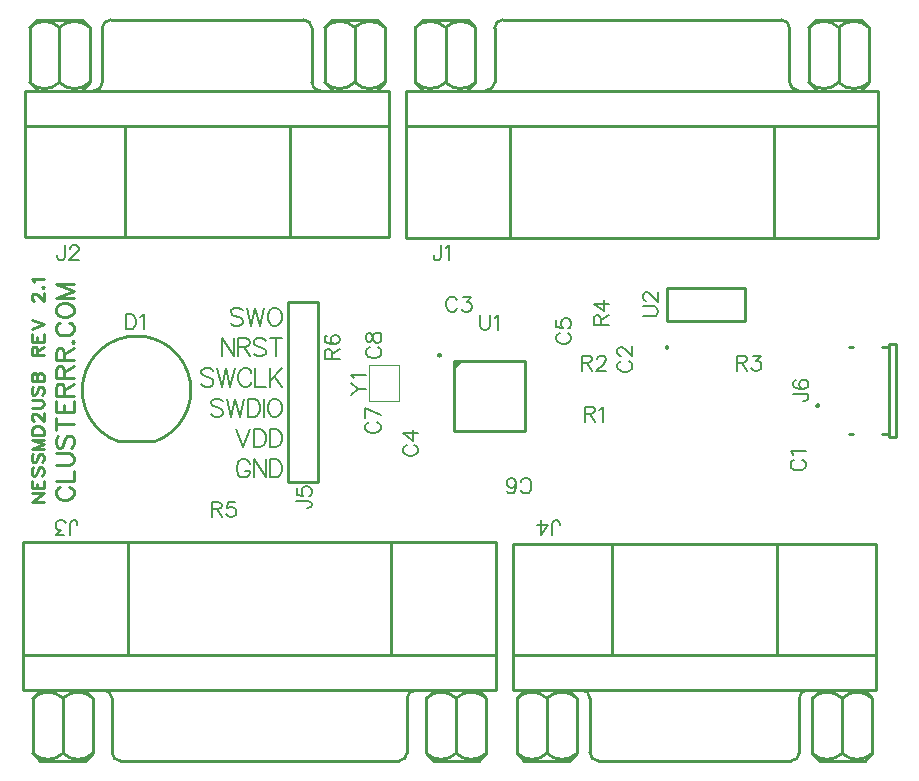
<source format=gbr>
G04 DipTrace 4.0.0.5*
G04 TopSilk.gbr*
%MOIN*%
G04 #@! TF.FileFunction,Legend,Top*
G04 #@! TF.Part,Single*
%ADD10C,0.009843*%
%ADD37C,0.003937*%
%ADD83C,0.00772*%
%ADD84C,0.006562*%
%ADD85C,0.009264*%
%ADD87C,0.008749*%
%FSLAX26Y26*%
G04*
G70*
G90*
G75*
G01*
G04 TopSilk*
%LPD*%
X845633Y1473520D2*
D10*
X721751D1*
X845633D2*
G03X721751Y1473520I-61941J170181D01*
G01*
X1813583Y2853494D2*
G02X1912795Y2853494I49606J-50111D01*
G01*
X1712795D2*
G02X1813583Y2853494I50394J-52056D01*
G01*
Y2669936D2*
G02X1712795Y2669936I-50394J52061D01*
G01*
X1912795D2*
G02X1813583Y2669936I-49606J50115D01*
G01*
X3123819Y2853494D2*
G02X3224606Y2853494I50394J-52056D01*
G01*
X3024606D2*
G02X3123819Y2853494I49606J-50111D01*
G01*
Y2669936D2*
G02X3024606Y2669936I-49606J50115D01*
G01*
X3224606D2*
G02X3123819Y2669936I-50394J52061D01*
G01*
X2933268Y2878988D2*
G02X2960039Y2851309I-357J-27132D01*
G01*
X1977362D2*
G02X2004134Y2878988I27129J548D01*
G01*
X2988386Y2642984D2*
G02X2960039Y2670664I1547J29939D01*
G01*
X1977362D2*
G02X1949016Y2642984I-29894J2259D01*
G01*
X1912795Y2669936D2*
X1887598Y2645169D1*
X1912795Y2669936D2*
Y2853494D1*
Y2854222D2*
X1887598Y2878988D1*
X1737992D1*
X1712795Y2854222D1*
Y2803962D2*
Y2811975D1*
Y2669936D2*
Y2853494D1*
X1737992Y2645169D2*
X1712795Y2669936D1*
X1813583D2*
Y2853494D1*
X3224606Y2669936D2*
X3199409Y2645169D1*
X3224606Y2669936D2*
Y2853494D1*
Y2854222D2*
X3199409Y2878988D1*
X3049803D1*
X3024606Y2854222D1*
Y2803962D2*
Y2811975D1*
Y2669936D2*
Y2853494D1*
X3049803Y2645169D2*
X3024606Y2669936D1*
X3123819D2*
Y2853494D1*
X1681299Y2150582D2*
Y2642984D1*
X3256102Y2150582D2*
Y2642984D1*
X1977362Y2670664D2*
Y2851309D1*
X2960039Y2670664D2*
Y2851309D1*
X2933268Y2878988D2*
X2004134D1*
X3256102Y2150582D2*
X1681299D1*
X2029331D2*
Y2524983D1*
X3256102Y2642984D2*
X1681299D1*
X2908071Y2150582D2*
Y2524983D1*
X3256102D2*
X1681299D1*
X642795Y2642784D2*
G03X669472Y2670312I623J26086D01*
G01*
X697362Y2878950D2*
G03X669472Y2851422I203J-28098D01*
G01*
X1367929Y2670312D2*
G03X1394606Y2642784I26054J-1441D01*
G01*
X1367929Y2851422D2*
G03X1340039Y2878950I-28093J-570D01*
G01*
X526386Y2853595D2*
G03X426953Y2853595I-49717J-50788D01*
G01*
X627031D2*
G03X526386Y2853595I-50323J-52274D01*
G01*
Y2670312D2*
G03X627031Y2670312I50323J49760D01*
G01*
X426953D2*
G03X526386Y2670312I49717J48325D01*
G01*
X1511016Y2853595D2*
G03X1410370Y2853595I-50323J-52274D01*
G01*
X1610449D2*
G03X1511016Y2853595I-49717J-50788D01*
G01*
Y2670312D2*
G03X1610449Y2670312I49717J48325D01*
G01*
X1410370D2*
G03X1511016Y2670312I50323J49760D01*
G01*
X1625000Y2524700D2*
X412402D1*
X1625000Y2642784D2*
Y2154514D1*
X412402Y2642784D2*
Y2154514D1*
X1340039Y2878950D2*
X697362D1*
X1625000Y2154514D2*
X412402D1*
X1293961Y2524700D2*
Y2154514D1*
X1625000Y2642784D2*
X412402D1*
X743441Y2524700D2*
Y2154514D1*
X669472Y2851422D2*
Y2670312D1*
X1367929Y2851422D2*
Y2670312D1*
X451205Y2644958D2*
X426953Y2670312D1*
Y2853595D2*
Y2670312D1*
X451205Y2878950D2*
X426953Y2853595D1*
X601567Y2878950D2*
X451205D1*
X627031Y2853595D2*
X601567Y2878950D1*
X627031Y2811578D2*
Y2803609D1*
Y2853595D2*
Y2670312D1*
X601567Y2644958D1*
X526386Y2853595D2*
Y2670312D1*
X1435835Y2644958D2*
X1410370Y2670312D1*
Y2853595D2*
Y2670312D1*
X1435835Y2878950D2*
X1410370Y2853595D1*
X1586197Y2878950D2*
X1435835D1*
X1610449Y2853595D2*
X1586197Y2878950D1*
X1610449Y2811578D2*
Y2803609D1*
Y2853595D2*
Y2670312D1*
X1586197Y2644958D1*
X1511016Y2853595D2*
Y2670312D1*
X1848819Y433908D2*
G02X1749606Y433908I-49606J50111D01*
G01*
X1949606D2*
G02X1848819Y433908I-50394J52056D01*
G01*
Y617466D2*
G02X1949606Y617466I50394J-52061D01*
G01*
X1749606D2*
G02X1848819Y617466I49606J-50115D01*
G01*
X538583Y433908D2*
G02X437795Y433908I-50394J52056D01*
G01*
X637795D2*
G02X538583Y433908I-49606J50111D01*
G01*
Y617466D2*
G02X637795Y617466I49606J-50115D01*
G01*
X437795D2*
G02X538583Y617466I50394J-52061D01*
G01*
X729134Y408413D2*
G02X702362Y436093I357J27132D01*
G01*
X1685039D2*
G02X1658268Y408413I-27129J-548D01*
G01*
X674016Y644417D2*
G02X702362Y616737I-1547J-29939D01*
G01*
X1685039D2*
G02X1713386Y644417I29894J-2259D01*
G01*
X1749606Y617466D2*
X1774803Y642232D1*
X1749606Y617466D2*
Y433908D1*
Y433180D2*
X1774803Y408413D1*
X1924409D1*
X1949606Y433180D1*
Y483439D2*
Y475426D1*
Y617466D2*
Y433908D1*
X1924409Y642232D2*
X1949606Y617466D1*
X1848819D2*
Y433908D1*
X437795Y617466D2*
X462992Y642232D1*
X437795Y617466D2*
Y433908D1*
Y433180D2*
X462992Y408413D1*
X612598D1*
X637795Y433180D1*
Y483439D2*
Y475426D1*
Y617466D2*
Y433908D1*
X612598Y642232D2*
X637795Y617466D1*
X538583D2*
Y433908D1*
X1981102Y1136820D2*
Y644417D1*
X406299Y1136820D2*
Y644417D1*
X1685039Y616737D2*
Y436093D1*
X702362Y616737D2*
Y436093D1*
X729134Y408413D2*
X1658268D1*
X406299Y1136820D2*
X1981102D1*
X1633071D2*
Y762418D1*
X406299Y644417D2*
X1981102D1*
X754331Y1136820D2*
Y762418D1*
X406299D2*
X1981102D1*
X3019606Y644617D2*
G03X2992929Y617090I-623J-26086D01*
G01*
X2965039Y408452D2*
G03X2992929Y435979I-203J28098D01*
G01*
X2294472Y617090D2*
G03X2267795Y644617I-26054J1441D01*
G01*
X2294472Y435979D2*
G03X2322362Y408452I28093J570D01*
G01*
X3136016Y433806D2*
G03X3235449Y433806I49717J50788D01*
G01*
X3035370D2*
G03X3136016Y433806I50323J52274D01*
G01*
Y617090D2*
G03X3035370Y617090I-50323J-49760D01*
G01*
X3235449D2*
G03X3136016Y617090I-49717J-48325D01*
G01*
X2151386Y433806D2*
G03X2252031Y433806I50323J52274D01*
G01*
X2051953D2*
G03X2151386Y433806I49717J50788D01*
G01*
Y617090D2*
G03X2051953Y617090I-49717J-48325D01*
G01*
X2252031D2*
G03X2151386Y617090I-50323J-49760D01*
G01*
X2037402Y762701D2*
X3250000D1*
X2037402Y644617D2*
Y1132888D1*
X3250000Y644617D2*
Y1132888D1*
X2322362Y408452D2*
X2965039D1*
X2037402Y1132888D2*
X3250000D1*
X2368441Y762701D2*
Y1132888D1*
X2037402Y644617D2*
X3250000D1*
X2918961Y762701D2*
Y1132888D1*
X2992929Y435979D2*
Y617090D1*
X2294472Y435979D2*
Y617090D1*
X3211197Y642444D2*
X3235449Y617090D1*
Y433806D2*
Y617090D1*
X3211197Y408452D2*
X3235449Y433806D1*
X3060835Y408452D2*
X3211197D1*
X3035370Y433806D2*
X3060835Y408452D1*
X3035370Y475823D2*
Y483793D1*
Y433806D2*
Y617090D1*
X3060835Y642444D1*
X3136016Y433806D2*
Y617090D1*
X2226567Y642444D2*
X2252031Y617090D1*
Y433806D2*
Y617090D1*
X2226567Y408452D2*
X2252031Y433806D1*
X2076205Y408452D2*
X2226567D1*
X2051953Y433806D2*
X2076205Y408452D1*
X2051953Y475823D2*
Y483793D1*
Y433806D2*
Y617090D1*
X2076205Y642444D1*
X2151386Y433806D2*
Y617090D1*
X1289940Y1337479D2*
X1389942D1*
Y1937424D1*
X1289940D1*
Y1337479D1*
X3290413Y1488959D2*
Y1798442D1*
X3171119Y1789362D2*
X3159688D1*
X3171119Y1498039D2*
X3159688D1*
X3290413D2*
X3267953D1*
X3290413Y1789362D2*
X3267953D1*
G36*
X3054174Y1584661D2*
X3053147Y1584729D1*
X3052138Y1584929D1*
X3051164Y1585260D1*
X3050242Y1585715D1*
X3049386Y1586287D1*
X3048613Y1586965D1*
X3047935Y1587738D1*
X3047363Y1588594D1*
X3046908Y1589516D1*
X3046578Y1590490D1*
X3046377Y1591499D1*
X3046310Y1592526D1*
X3046377Y1593552D1*
X3046578Y1594561D1*
X3046908Y1595535D1*
X3047363Y1596458D1*
X3047935Y1597313D1*
X3048613Y1598086D1*
X3049386Y1598765D1*
X3050242Y1599336D1*
X3051164Y1599791D1*
X3052138Y1600122D1*
X3053147Y1600322D1*
X3054174Y1600390D1*
X3054215D1*
X3055241Y1600322D1*
X3056250Y1600122D1*
X3057224Y1599791D1*
X3058147Y1599336D1*
X3059002Y1598765D1*
X3059775Y1598086D1*
X3060454Y1597313D1*
X3061025Y1596458D1*
X3061480Y1595535D1*
X3061811Y1594561D1*
X3062011Y1593552D1*
X3062079Y1592526D1*
X3062011Y1591499D1*
X3061811Y1590490D1*
X3061480Y1589516D1*
X3061025Y1588594D1*
X3060454Y1587738D1*
X3059775Y1586965D1*
X3059002Y1586287D1*
X3058147Y1585715D1*
X3057224Y1585260D1*
X3056250Y1584929D1*
X3055241Y1584729D1*
X3054215Y1584661D1*
X3054174D1*
G37*
X3314026Y1488959D2*
D10*
Y1798442D1*
X3290413Y1488959D2*
X3314026D1*
X3290413Y1798442D2*
X3314026D1*
X1840542Y1743060D2*
Y1506840D1*
X2076841D1*
Y1743060D1*
X1840542D1*
G36*
D2*
Y1711564D1*
X1872077Y1743060D1*
X1840542D1*
G37*
G36*
X1793278Y1752942D2*
X1792253Y1753009D1*
X1791245Y1753210D1*
X1790272Y1753540D1*
X1789351Y1753995D1*
X1788497Y1754565D1*
X1787724Y1755243D1*
X1787047Y1756015D1*
X1786476Y1756869D1*
X1786022Y1757791D1*
X1785692Y1758764D1*
X1785491Y1759771D1*
X1785424Y1760797D1*
X1785491Y1761822D1*
X1785692Y1762829D1*
X1786022Y1763802D1*
X1786476Y1764724D1*
X1787047Y1765578D1*
X1787724Y1766350D1*
X1788497Y1767028D1*
X1789351Y1767599D1*
X1790273Y1768053D1*
X1791245Y1768383D1*
X1792253Y1768584D1*
X1793278Y1768651D1*
X1793357D1*
X1794382Y1768584D1*
X1795390Y1768383D1*
X1796363Y1768053D1*
X1797284Y1767599D1*
X1798138Y1767028D1*
X1798911Y1766350D1*
X1799588Y1765578D1*
X1800159Y1764724D1*
X1800613Y1763802D1*
X1800944Y1762829D1*
X1801144Y1761822D1*
X1801211Y1760797D1*
X1801144Y1759771D1*
X1800944Y1758764D1*
X1800613Y1757791D1*
X1800159Y1756869D1*
X1799588Y1756015D1*
X1798911Y1755243D1*
X1798138Y1754565D1*
X1797284Y1753995D1*
X1796363Y1753540D1*
X1795390Y1753210D1*
X1794382Y1753009D1*
X1793357Y1752942D1*
X1793278D1*
G37*
G36*
X2560022Y1786820D2*
X2559956Y1785815D1*
X2559760Y1784827D1*
X2559436Y1783873D1*
X2558990Y1782969D1*
X2558431Y1782131D1*
X2557766Y1781374D1*
X2557009Y1780710D1*
X2556171Y1780150D1*
X2555268Y1779704D1*
X2554314Y1779381D1*
X2553326Y1779184D1*
X2552320Y1779118D1*
X2551315Y1779184D1*
X2550327Y1779381D1*
X2549373Y1779704D1*
X2548469Y1780150D1*
X2547631Y1780710D1*
X2546874Y1781374D1*
X2546210Y1782131D1*
X2545650Y1782969D1*
X2545204Y1783873D1*
X2544881Y1784827D1*
X2544684Y1785815D1*
X2544618Y1786820D1*
Y1786846D1*
X2544684Y1787852D1*
X2544881Y1788840D1*
X2545204Y1789794D1*
X2545650Y1790698D1*
X2546210Y1791535D1*
X2546874Y1792293D1*
X2547631Y1792957D1*
X2548469Y1793517D1*
X2549373Y1793962D1*
X2550327Y1794286D1*
X2551315Y1794483D1*
X2552320Y1794549D1*
X2553326Y1794483D1*
X2554314Y1794286D1*
X2555268Y1793962D1*
X2556171Y1793517D1*
X2557009Y1792957D1*
X2557766Y1792293D1*
X2558431Y1791535D1*
X2558990Y1790698D1*
X2559436Y1789794D1*
X2559760Y1788840D1*
X2559956Y1787852D1*
X2560022Y1786846D1*
Y1786820D1*
G37*
X2551281Y1876083D2*
D10*
X2811112D1*
X2551281Y1986319D2*
X2811112D1*
Y1876083D2*
Y1986319D1*
X2551281Y1876083D2*
Y1986319D1*
X1657904Y1727756D2*
D37*
X1559479D1*
Y1609646D1*
X1657904D1*
Y1727756D1*
X1137673Y1909830D2*
D84*
X1131969Y1915600D1*
X1123347Y1918452D1*
X1111873D1*
X1103251Y1915600D1*
X1097481Y1909830D1*
Y1904126D1*
X1100399Y1898356D1*
X1103251Y1895504D1*
X1108955Y1892652D1*
X1126199Y1886882D1*
X1131969Y1884030D1*
X1134821Y1881112D1*
X1137673Y1875408D1*
Y1866786D1*
X1131969Y1861082D1*
X1123347Y1858164D1*
X1111873D1*
X1103251Y1861082D1*
X1097481Y1866786D1*
X1150796Y1918452D2*
X1165189Y1858164D1*
X1179515Y1918452D1*
X1193840Y1858164D1*
X1208233Y1918452D1*
X1238600D2*
X1232830Y1915600D1*
X1227126Y1909830D1*
X1224208Y1904126D1*
X1221356Y1895504D1*
Y1881112D1*
X1224208Y1872556D1*
X1227126Y1866786D1*
X1232830Y1861082D1*
X1238600Y1858164D1*
X1250074D1*
X1255778Y1861082D1*
X1261548Y1866786D1*
X1264400Y1872556D1*
X1267252Y1881112D1*
Y1895504D1*
X1264400Y1904126D1*
X1261548Y1909830D1*
X1255778Y1915600D1*
X1250074Y1918452D1*
X1238600D1*
X1107306Y1817507D2*
Y1757219D1*
X1067114Y1817507D1*
Y1757219D1*
X1120429Y1788789D2*
X1146229D1*
X1154851Y1791707D1*
X1157769Y1794559D1*
X1160621Y1800263D1*
Y1806033D1*
X1157769Y1811737D1*
X1154851Y1814655D1*
X1146229Y1817507D1*
X1120429D1*
Y1757219D1*
X1140525Y1788789D2*
X1160621Y1757219D1*
X1213936Y1808885D2*
X1208233Y1814655D1*
X1199611Y1817507D1*
X1188137D1*
X1179515Y1814655D1*
X1173744Y1808885D1*
Y1803181D1*
X1176663Y1797411D1*
X1179515Y1794559D1*
X1185218Y1791707D1*
X1202462Y1785937D1*
X1208233Y1783085D1*
X1211084Y1780167D1*
X1213936Y1774463D1*
Y1765841D1*
X1208233Y1760137D1*
X1199611Y1757219D1*
X1188137D1*
X1179515Y1760137D1*
X1173744Y1765841D1*
X1247156Y1817507D2*
Y1757219D1*
X1227060Y1817507D2*
X1267252D1*
X1039664Y1707939D2*
X1033961Y1713709D1*
X1025339Y1716561D1*
X1013865D1*
X1005243Y1713709D1*
X999472Y1707939D1*
Y1702235D1*
X1002391Y1696465D1*
X1005243Y1693613D1*
X1010946Y1690762D1*
X1028190Y1684991D1*
X1033961Y1682139D1*
X1036813Y1679221D1*
X1039664Y1673517D1*
Y1664895D1*
X1033961Y1659192D1*
X1025339Y1656273D1*
X1013865D1*
X1005243Y1659192D1*
X999472Y1664895D1*
X1052788Y1716561D2*
X1067180Y1656273D1*
X1081506Y1716561D1*
X1095832Y1656273D1*
X1110224Y1716561D1*
X1166391Y1702235D2*
X1163539Y1707939D1*
X1157769Y1713709D1*
X1152065Y1716561D1*
X1140591D1*
X1134821Y1713709D1*
X1129117Y1707939D1*
X1126199Y1702235D1*
X1123347Y1693613D1*
Y1679221D1*
X1126199Y1670666D1*
X1129117Y1664895D1*
X1134821Y1659192D1*
X1140591Y1656273D1*
X1152065D1*
X1157769Y1659192D1*
X1163539Y1664895D1*
X1166391Y1670666D1*
X1179515Y1716561D2*
Y1656273D1*
X1213936D1*
X1227060Y1716561D2*
Y1656273D1*
X1267252Y1716561D2*
X1227060Y1676369D1*
X1241386Y1690762D2*
X1267252Y1656273D1*
X1071234Y1606994D2*
X1065531Y1612764D1*
X1056909Y1615616D1*
X1045435D1*
X1036813Y1612764D1*
X1031042Y1606994D1*
Y1601290D1*
X1033961Y1595520D1*
X1036813Y1592668D1*
X1042516Y1589816D1*
X1059760Y1584046D1*
X1065531Y1581194D1*
X1068382Y1578276D1*
X1071234Y1572572D1*
Y1563950D1*
X1065531Y1558246D1*
X1056909Y1555328D1*
X1045435D1*
X1036813Y1558246D1*
X1031042Y1563950D1*
X1084358Y1615616D2*
X1098750Y1555328D1*
X1113076Y1615616D1*
X1127402Y1555328D1*
X1141794Y1615616D1*
X1154917D2*
Y1555328D1*
X1175013D1*
X1183635Y1558246D1*
X1189405Y1563950D1*
X1192257Y1569720D1*
X1195109Y1578276D1*
Y1592668D1*
X1192257Y1601290D1*
X1189405Y1606994D1*
X1183635Y1612764D1*
X1175013Y1615616D1*
X1154917D1*
X1208233D2*
Y1555328D1*
X1238600Y1615616D2*
X1232830Y1612764D1*
X1227126Y1606994D1*
X1224208Y1601290D1*
X1221356Y1592668D1*
Y1578276D1*
X1224208Y1569720D1*
X1227126Y1563950D1*
X1232830Y1558246D1*
X1238600Y1555328D1*
X1250074D1*
X1255778Y1558246D1*
X1261548Y1563950D1*
X1264400Y1569720D1*
X1267252Y1578276D1*
Y1592668D1*
X1264400Y1601290D1*
X1261548Y1606994D1*
X1255778Y1612764D1*
X1250074Y1615616D1*
X1238600D1*
X1114725Y1514671D2*
X1137673Y1454383D1*
X1160621Y1514671D1*
X1173744D2*
Y1454383D1*
X1193840D1*
X1202462Y1457301D1*
X1208233Y1463005D1*
X1211084Y1468775D1*
X1213936Y1477331D1*
Y1491723D1*
X1211084Y1500345D1*
X1208233Y1506049D1*
X1202462Y1511819D1*
X1193840Y1514671D1*
X1173744D1*
X1227060D2*
Y1454383D1*
X1247156D1*
X1255778Y1457301D1*
X1261548Y1463005D1*
X1264400Y1468775D1*
X1267252Y1477331D1*
Y1491723D1*
X1264400Y1500345D1*
X1261548Y1506049D1*
X1255778Y1511819D1*
X1247156Y1514671D1*
X1227060D1*
X1160621Y1399400D2*
X1157769Y1405103D1*
X1151999Y1410874D1*
X1146295Y1413725D1*
X1134821D1*
X1129051Y1410874D1*
X1123347Y1405103D1*
X1120429Y1399400D1*
X1117577Y1390778D1*
Y1376385D1*
X1120429Y1367830D1*
X1123347Y1362059D1*
X1129051Y1356356D1*
X1134821Y1353437D1*
X1146295D1*
X1151999Y1356356D1*
X1157769Y1362059D1*
X1160621Y1367830D1*
Y1376385D1*
X1146295D1*
X1213936Y1413725D2*
Y1353437D1*
X1173744Y1413725D1*
Y1353437D1*
X1227060Y1413725D2*
Y1353437D1*
X1247156D1*
X1255778Y1356356D1*
X1261548Y1362059D1*
X1264400Y1367830D1*
X1267252Y1376385D1*
Y1390778D1*
X1264400Y1399400D1*
X1261548Y1405103D1*
X1255778Y1410874D1*
X1247156Y1413725D1*
X1227060D1*
X528377Y1322626D2*
D85*
X522673Y1319774D1*
X516903Y1314004D1*
X514051Y1308300D1*
Y1296826D1*
X516903Y1291056D1*
X522673Y1285352D1*
X528377Y1282434D1*
X536999Y1279582D1*
X551391D1*
X559947Y1282434D1*
X565717Y1285352D1*
X571421Y1291056D1*
X574339Y1296826D1*
Y1308300D1*
X571421Y1314004D1*
X565717Y1319774D1*
X559947Y1322626D1*
X514051Y1341153D2*
X574339D1*
Y1375575D1*
X514051Y1394102D2*
X557095D1*
X565717Y1396954D1*
X571421Y1402724D1*
X574339Y1411346D1*
Y1417050D1*
X571421Y1425672D1*
X565717Y1431442D1*
X557095Y1434294D1*
X514051D1*
X522673Y1493013D2*
X516903Y1487309D1*
X514051Y1478687D1*
Y1467213D1*
X516903Y1458591D1*
X522673Y1452821D1*
X528377D1*
X534147Y1455739D1*
X536999Y1458591D1*
X539851Y1464295D1*
X545621Y1481539D1*
X548473Y1487309D1*
X551391Y1490161D1*
X557095Y1493013D1*
X565717D1*
X571421Y1487309D1*
X574339Y1478687D1*
Y1467213D1*
X571421Y1458591D1*
X565717Y1452821D1*
X514051Y1531636D2*
X574339D1*
X514051Y1511540D2*
Y1551732D1*
Y1607533D2*
Y1570259D1*
X574339D1*
Y1607533D1*
X542769Y1570259D2*
Y1593207D1*
Y1626060D2*
Y1651860D1*
X539851Y1660482D1*
X536999Y1663400D1*
X531295Y1666252D1*
X525525D1*
X519821Y1663400D1*
X516903Y1660482D1*
X514051Y1651860D1*
Y1626060D1*
X574339D1*
X542769Y1646156D2*
X574339Y1666252D1*
X542769Y1684779D2*
Y1710579D1*
X539851Y1719201D1*
X536999Y1722119D1*
X531295Y1724971D1*
X525525D1*
X519821Y1722119D1*
X516903Y1719201D1*
X514051Y1710579D1*
Y1684779D1*
X574339D1*
X542769Y1704875D2*
X574339Y1724971D1*
X542769Y1743498D2*
Y1769298D1*
X539851Y1777920D1*
X536999Y1780838D1*
X531295Y1783690D1*
X525525D1*
X519821Y1780838D1*
X516903Y1777920D1*
X514051Y1769298D1*
Y1743498D1*
X574339D1*
X542769Y1763594D2*
X574339Y1783690D1*
X568569Y1805069D2*
X571487Y1802217D1*
X574339Y1805069D1*
X571487Y1807987D1*
X568569Y1805069D1*
X528377Y1869558D2*
X522673Y1866707D1*
X516903Y1860936D1*
X514051Y1855233D1*
Y1843759D1*
X516903Y1837989D1*
X522673Y1832285D1*
X528377Y1829366D1*
X536999Y1826515D1*
X551391D1*
X559947Y1829366D1*
X565717Y1832285D1*
X571421Y1837989D1*
X574339Y1843759D1*
Y1855233D1*
X571421Y1860936D1*
X565717Y1866707D1*
X559947Y1869558D1*
X514051Y1905330D2*
X516903Y1899560D1*
X522673Y1893856D1*
X528377Y1890938D1*
X536999Y1888086D1*
X551391D1*
X559947Y1890938D1*
X565717Y1893856D1*
X571421Y1899560D1*
X574339Y1905330D1*
Y1916804D1*
X571421Y1922507D1*
X565717Y1928278D1*
X559947Y1931130D1*
X551391Y1933981D1*
X536999D1*
X528377Y1931130D1*
X522673Y1928278D1*
X516903Y1922507D1*
X514051Y1916804D1*
Y1905330D1*
X574339Y1998404D2*
X514051D1*
X574339Y1975456D1*
X514051Y1952509D1*
X574339D1*
X433554Y1299870D2*
D87*
X473746D1*
X433554Y1273075D1*
X473746D1*
X433554Y1342217D2*
Y1317368D1*
X473746D1*
Y1342217D1*
X452700Y1317368D2*
Y1332666D1*
X439302Y1386509D2*
X435456Y1382707D1*
X433554Y1376959D1*
Y1369310D1*
X435456Y1363561D1*
X439302Y1359715D1*
X443105D1*
X446952Y1361660D1*
X448853Y1363561D1*
X450754Y1367364D1*
X454601Y1378860D1*
X456502Y1382707D1*
X458448Y1384608D1*
X462250Y1386509D1*
X467998D1*
X471801Y1382707D1*
X473746Y1376959D1*
Y1369310D1*
X471801Y1363561D1*
X467998Y1359715D1*
X439302Y1430802D2*
X435456Y1426999D1*
X433554Y1421251D1*
Y1413602D1*
X435456Y1407854D1*
X439302Y1404007D1*
X443105D1*
X446952Y1405953D1*
X448853Y1407854D1*
X450754Y1411657D1*
X454601Y1423153D1*
X456502Y1426999D1*
X458448Y1428901D1*
X462250Y1430802D1*
X467998D1*
X471801Y1426999D1*
X473746Y1421251D1*
Y1413602D1*
X471801Y1407854D1*
X467998Y1404007D1*
X473746Y1478897D2*
X433554D1*
X473746Y1463598D1*
X433554Y1448300D1*
X473746D1*
X433554Y1496395D2*
X473746D1*
Y1509792D1*
X471801Y1515540D1*
X467998Y1519387D1*
X464152Y1521288D1*
X458448Y1523189D1*
X448853D1*
X443105Y1521288D1*
X439302Y1519387D1*
X435456Y1515540D1*
X433554Y1509792D1*
Y1496395D1*
X443149Y1542633D2*
X441248D1*
X437401Y1544534D1*
X435500Y1546435D1*
X433599Y1550282D1*
Y1557931D1*
X435500Y1561734D1*
X437401Y1563635D1*
X441248Y1565581D1*
X445050D1*
X448897Y1563635D1*
X454601Y1559833D1*
X473746Y1540687D1*
Y1567482D1*
X433554Y1584980D2*
X462250D1*
X467998Y1586881D1*
X471801Y1590728D1*
X473746Y1596476D1*
Y1600278D1*
X471801Y1606026D1*
X467998Y1609873D1*
X462250Y1611774D1*
X433554D1*
X439302Y1656067D2*
X435456Y1652264D1*
X433554Y1646516D1*
Y1638867D1*
X435456Y1633119D1*
X439302Y1629272D1*
X443105D1*
X446952Y1631218D1*
X448853Y1633119D1*
X450754Y1636921D1*
X454601Y1648418D1*
X456502Y1652264D1*
X458448Y1654166D1*
X462250Y1656067D1*
X467998D1*
X471801Y1652264D1*
X473746Y1646516D1*
Y1638867D1*
X471801Y1633119D1*
X467998Y1629272D1*
X433554Y1673565D2*
X473746D1*
Y1690809D1*
X471801Y1696557D1*
X469900Y1698458D1*
X466097Y1700359D1*
X460349D1*
X456502Y1698458D1*
X454601Y1696557D1*
X452700Y1690809D1*
X450754Y1696557D1*
X448853Y1698458D1*
X445050Y1700359D1*
X441204D1*
X437401Y1698458D1*
X435456Y1696557D1*
X433554Y1690809D1*
Y1673565D1*
X452700D2*
Y1690809D1*
Y1761884D2*
Y1779084D1*
X450754Y1784832D1*
X448853Y1786778D1*
X445050Y1788679D1*
X441204D1*
X437401Y1786778D1*
X435456Y1784832D1*
X433554Y1779084D1*
Y1761884D1*
X473746D1*
X452700Y1775282D2*
X473746Y1788679D1*
X433554Y1831026D2*
Y1806177D1*
X473746D1*
Y1831026D1*
X452700Y1806177D2*
Y1821475D1*
X433554Y1848524D2*
X473746Y1863822D1*
X433554Y1879121D1*
X443149Y1942591D2*
X441248D1*
X437401Y1944493D1*
X435500Y1946394D1*
X433599Y1950241D1*
Y1957890D1*
X435500Y1961693D1*
X437401Y1963594D1*
X441248Y1965539D1*
X445050D1*
X448897Y1963594D1*
X454601Y1959791D1*
X473746Y1940646D1*
Y1967441D1*
X469900Y1986840D2*
X471845Y1984938D1*
X473746Y1986840D1*
X471845Y1988785D1*
X469900Y1986840D1*
X441248Y2006283D2*
X439302Y2010130D1*
X433599Y2015878D1*
X473746D1*
X2975454Y1412430D2*
D83*
X2970701Y1410053D1*
X2965892Y1405245D1*
X2963516Y1400492D1*
Y1390930D1*
X2965892Y1386122D1*
X2970701Y1381368D1*
X2975454Y1378937D1*
X2982639Y1376560D1*
X2994633D1*
X3001762Y1378937D1*
X3006571Y1381368D1*
X3011324Y1386122D1*
X3013756Y1390930D1*
Y1400492D1*
X3011324Y1405245D1*
X3006571Y1410053D1*
X3001762Y1412430D1*
X2973133Y1427869D2*
X2970701Y1432678D1*
X2963571Y1439863D1*
X3013756D1*
X2398386Y1741458D2*
X2393633Y1739082D1*
X2388824Y1734273D1*
X2386448Y1729520D1*
Y1719958D1*
X2388824Y1715150D1*
X2393633Y1710397D1*
X2398386Y1707965D1*
X2405571Y1705588D1*
X2417564D1*
X2424694Y1707965D1*
X2429502Y1710397D1*
X2434256Y1715150D1*
X2436688Y1719958D1*
Y1729520D1*
X2434256Y1734273D1*
X2429502Y1739082D1*
X2424694Y1741458D1*
X2398441Y1759329D2*
X2396064D1*
X2391256Y1761706D1*
X2388879Y1764082D1*
X2386503Y1768891D1*
Y1778453D1*
X2388879Y1783206D1*
X2391256Y1785582D1*
X2396064Y1788014D1*
X2400818D1*
X2405626Y1785582D1*
X2412756Y1780829D1*
X2436688Y1756897D1*
Y1790391D1*
X1852160Y1943765D2*
X1849784Y1948518D1*
X1844975Y1953327D1*
X1840222Y1955703D1*
X1830660D1*
X1825852Y1953327D1*
X1821099Y1948518D1*
X1818667Y1943765D1*
X1816290Y1936580D1*
Y1924587D1*
X1818667Y1917457D1*
X1821099Y1912648D1*
X1825852Y1907895D1*
X1830660Y1905463D1*
X1840222D1*
X1844975Y1907895D1*
X1849784Y1912648D1*
X1852160Y1917457D1*
X1872408Y1955648D2*
X1898661D1*
X1884346Y1936525D1*
X1891531D1*
X1896284Y1934148D1*
X1898661Y1931772D1*
X1901093Y1924587D1*
Y1919833D1*
X1898661Y1912648D1*
X1893908Y1907840D1*
X1886723Y1905463D1*
X1879538D1*
X1872408Y1907840D1*
X1870031Y1910272D1*
X1867600Y1915025D1*
X1683627Y1460981D2*
X1678874Y1458605D1*
X1674066Y1453796D1*
X1671689Y1449043D1*
Y1439481D1*
X1674066Y1434673D1*
X1678874Y1429920D1*
X1683627Y1427488D1*
X1690812Y1425111D1*
X1702806D1*
X1709936Y1427488D1*
X1714744Y1429920D1*
X1719497Y1434673D1*
X1721929Y1439481D1*
Y1449043D1*
X1719497Y1453796D1*
X1714744Y1458605D1*
X1709936Y1460981D1*
X1721929Y1500352D2*
X1671744D1*
X1705182Y1476420D1*
Y1512290D1*
X2194059Y1834940D2*
X2189306Y1832563D1*
X2184497Y1827755D1*
X2182121Y1823002D1*
Y1813440D1*
X2184497Y1808632D1*
X2189306Y1803878D1*
X2194059Y1801446D1*
X2201244Y1799070D1*
X2213238D1*
X2220367Y1801446D1*
X2225176Y1803878D1*
X2229929Y1808632D1*
X2232361Y1813440D1*
Y1823002D1*
X2229929Y1827755D1*
X2225176Y1832563D1*
X2220367Y1834940D1*
X2182176Y1879064D2*
Y1855187D1*
X2203676Y1852811D1*
X2201299Y1855187D1*
X2198867Y1862373D1*
Y1869502D1*
X2201299Y1876687D1*
X2206052Y1881496D1*
X2213238Y1883872D1*
X2217991D1*
X2225176Y1881496D1*
X2229984Y1876687D1*
X2232361Y1869502D1*
Y1862373D1*
X2229984Y1855187D1*
X2227552Y1852811D1*
X2222799Y1850379D1*
X2064007Y1312386D2*
X2066384Y1307633D1*
X2071192Y1302824D1*
X2075945Y1300448D1*
X2085507D1*
X2090315Y1302824D1*
X2095068Y1307633D1*
X2097500Y1312386D1*
X2099877Y1319571D1*
Y1331564D1*
X2097500Y1338694D1*
X2095068Y1343502D1*
X2090315Y1348256D1*
X2085507Y1350688D1*
X2075945D1*
X2071192Y1348256D1*
X2066384Y1343502D1*
X2064007Y1338694D1*
X2019883Y1307633D2*
X2022259Y1302879D1*
X2029444Y1300503D1*
X2034198D1*
X2041383Y1302879D1*
X2046191Y1310064D1*
X2048568Y1322003D1*
Y1333941D1*
X2046191Y1343502D1*
X2041383Y1348311D1*
X2034198Y1350688D1*
X2031821D1*
X2024691Y1348311D1*
X2019883Y1343502D1*
X2017506Y1336317D1*
Y1333941D1*
X2019883Y1326756D1*
X2024691Y1322003D1*
X2031821Y1319626D1*
X2034198D1*
X2041383Y1322003D1*
X2046191Y1326756D1*
X2048568Y1333941D1*
X1558627Y1537169D2*
X1553874Y1534793D1*
X1549066Y1529984D1*
X1546689Y1525231D1*
Y1515670D1*
X1549066Y1510861D1*
X1553874Y1506108D1*
X1558627Y1503676D1*
X1565812Y1501300D1*
X1577806D1*
X1584936Y1503676D1*
X1589744Y1506108D1*
X1594497Y1510861D1*
X1596929Y1515670D1*
Y1525231D1*
X1594497Y1529984D1*
X1589744Y1534793D1*
X1584936Y1537169D1*
X1596929Y1562170D2*
X1546744Y1586102D1*
Y1552609D1*
X1561186Y1787197D2*
X1556433Y1784821D1*
X1551625Y1780012D1*
X1549248Y1775259D1*
Y1765697D1*
X1551625Y1760889D1*
X1556433Y1756136D1*
X1561186Y1753704D1*
X1568371Y1751327D1*
X1580365D1*
X1587495Y1753704D1*
X1592303Y1756136D1*
X1597056Y1760889D1*
X1599488Y1765697D1*
Y1775259D1*
X1597056Y1780012D1*
X1592303Y1784821D1*
X1587495Y1787197D1*
X1549303Y1814575D2*
X1551680Y1807445D1*
X1556433Y1805013D1*
X1561242D1*
X1565995Y1807445D1*
X1568427Y1812198D1*
X1570803Y1821760D1*
X1573180Y1828945D1*
X1577988Y1833698D1*
X1582741Y1836074D1*
X1589926D1*
X1594680Y1833698D1*
X1597111Y1831321D1*
X1599488Y1824136D1*
Y1814575D1*
X1597111Y1807445D1*
X1594680Y1805013D1*
X1589926Y1802636D1*
X1582741D1*
X1577988Y1805013D1*
X1573180Y1809821D1*
X1570803Y1816951D1*
X1568427Y1826513D1*
X1565995Y1831321D1*
X1561242Y1833698D1*
X1556433D1*
X1551680Y1831321D1*
X1549303Y1824136D1*
Y1814575D1*
X746831Y1897384D2*
Y1847144D1*
X763578D1*
X770763Y1849576D1*
X775571Y1854330D1*
X777948Y1859138D1*
X780324Y1866268D1*
Y1878261D1*
X777948Y1885446D1*
X775571Y1890199D1*
X770763Y1895008D1*
X763578Y1897384D1*
X746831D1*
X795764Y1887768D2*
X800572Y1890199D1*
X807757Y1897329D1*
Y1847144D1*
X1798201Y2127214D2*
Y2088968D1*
X1795824Y2081782D1*
X1793392Y2079406D1*
X1788639Y2076974D1*
X1783831D1*
X1779078Y2079406D1*
X1776701Y2081782D1*
X1774269Y2088968D1*
Y2093721D1*
X1813640Y2117597D2*
X1818449Y2120029D1*
X1825634Y2127159D1*
Y2076974D1*
X543700Y2127173D2*
Y2088926D1*
X541324Y2081741D1*
X538892Y2079365D1*
X534139Y2076933D1*
X529330D1*
X524577Y2079365D1*
X522201Y2081741D1*
X519769Y2088926D1*
Y2093680D1*
X561571Y2115179D2*
Y2117556D1*
X563948Y2122364D1*
X566325Y2124741D1*
X571133Y2127118D1*
X580695D1*
X585448Y2124741D1*
X587824Y2122364D1*
X590256Y2117556D1*
Y2112803D1*
X587824Y2107994D1*
X583071Y2100865D1*
X559140Y2076933D1*
X592633D1*
X562452Y1160188D2*
Y1198434D1*
X564828Y1205619D1*
X567260Y1207996D1*
X572014Y1210428D1*
X576822D1*
X581575Y1207996D1*
X583952Y1205619D1*
X586384Y1198434D1*
Y1193681D1*
X542204Y1160243D2*
X515951D1*
X530266Y1179366D1*
X523081D1*
X518328Y1181743D1*
X515951Y1184119D1*
X513519Y1191304D1*
Y1196057D1*
X515951Y1203243D1*
X520704Y1208051D1*
X527889Y1210428D1*
X535074D1*
X542204Y1208051D1*
X544581Y1205619D1*
X547013Y1200866D1*
X2169890Y1160229D2*
Y1198475D1*
X2172266Y1205660D1*
X2174698Y1208037D1*
X2179451Y1210469D1*
X2184260D1*
X2189013Y1208037D1*
X2191389Y1205660D1*
X2193821Y1198475D1*
Y1193722D1*
X2130519Y1210469D2*
Y1160284D1*
X2154450Y1193722D1*
X2118580D1*
X1316726Y1275090D2*
X1354972D1*
X1362157Y1272714D1*
X1364534Y1270282D1*
X1366966Y1265528D1*
Y1260720D1*
X1364534Y1255967D1*
X1362157Y1253590D1*
X1354972Y1251158D1*
X1350219D1*
X1316781Y1319214D2*
Y1295338D1*
X1338281Y1292961D1*
X1335904Y1295338D1*
X1333472Y1302523D1*
Y1309653D1*
X1335904Y1316838D1*
X1340657Y1321646D1*
X1347842Y1324023D1*
X1352596D1*
X1359781Y1321646D1*
X1364589Y1316838D1*
X1366966Y1309653D1*
Y1302523D1*
X1364589Y1295338D1*
X1362157Y1292961D1*
X1357404Y1290529D1*
X2973087Y1632416D2*
X3011333D1*
X3018518Y1630040D1*
X3020895Y1627608D1*
X3023327Y1622855D1*
Y1618046D1*
X3020895Y1613293D1*
X3018518Y1610916D1*
X3011333Y1608485D1*
X3006580D1*
X2980272Y1676540D2*
X2975518Y1674164D1*
X2973142Y1666979D1*
Y1662226D1*
X2975518Y1655041D1*
X2982704Y1650232D1*
X2994642Y1647856D1*
X3006580D1*
X3016142Y1650232D1*
X3020950Y1655041D1*
X3023327Y1662226D1*
Y1664602D1*
X3020950Y1671732D1*
X3016142Y1676540D1*
X3008957Y1678917D1*
X3006580D1*
X2999395Y1676540D1*
X2994642Y1671732D1*
X2992265Y1664602D1*
Y1662226D1*
X2994642Y1655041D1*
X2999395Y1650232D1*
X3006580Y1647856D1*
X2277227Y1565467D2*
X2298727D1*
X2305912Y1567899D1*
X2308344Y1570276D1*
X2310721Y1575029D1*
Y1579837D1*
X2308344Y1584590D1*
X2305912Y1587022D1*
X2298727Y1589399D1*
X2277227D1*
Y1539159D1*
X2293974Y1565467D2*
X2310721Y1539159D1*
X2326160Y1579782D2*
X2330968Y1582214D1*
X2338153Y1589344D1*
Y1539159D1*
X2267479Y1735462D2*
X2288978D1*
X2296164Y1737894D1*
X2298595Y1740270D1*
X2300972Y1745024D1*
Y1749832D1*
X2298595Y1754585D1*
X2296164Y1757017D1*
X2288978Y1759394D1*
X2267479D1*
Y1709154D1*
X2284225Y1735462D2*
X2300972Y1709154D1*
X2318843Y1747400D2*
Y1749777D1*
X2321220Y1754585D1*
X2323596Y1756962D1*
X2328405Y1759338D1*
X2337966D1*
X2342720Y1756962D1*
X2345096Y1754585D1*
X2347528Y1749777D1*
Y1745024D1*
X2345096Y1740215D1*
X2340343Y1733085D1*
X2316411Y1709154D1*
X2349905D1*
X2783737Y1735462D2*
X2805237D1*
X2812422Y1737894D1*
X2814854Y1740270D1*
X2817231Y1745024D1*
Y1749832D1*
X2814854Y1754585D1*
X2812422Y1757017D1*
X2805237Y1759394D1*
X2783737D1*
Y1709154D1*
X2800484Y1735462D2*
X2817231Y1709154D1*
X2837478Y1759338D2*
X2863731D1*
X2849416Y1740215D1*
X2856601D1*
X2861355Y1737839D1*
X2863731Y1735462D1*
X2866163Y1728277D1*
Y1723524D1*
X2863731Y1716339D1*
X2858978Y1711530D1*
X2851793Y1709154D1*
X2844608D1*
X2837478Y1711530D1*
X2835102Y1713962D1*
X2832670Y1718715D1*
X2331420Y1860045D2*
Y1881545D1*
X2328988Y1888730D1*
X2326611Y1891162D1*
X2321858Y1893538D1*
X2317050D1*
X2312297Y1891162D1*
X2309865Y1888730D1*
X2307488Y1881545D1*
Y1860045D1*
X2357728D1*
X2331420Y1876792D2*
X2357728Y1893538D1*
Y1932909D2*
X2307543D1*
X2340982Y1908978D1*
Y1944847D1*
X1033737Y1247963D2*
X1055237D1*
X1062422Y1250395D1*
X1064854Y1252772D1*
X1067231Y1257525D1*
Y1262333D1*
X1064854Y1267087D1*
X1062422Y1269518D1*
X1055237Y1271895D1*
X1033737D1*
Y1221655D1*
X1050484Y1247963D2*
X1067231Y1221655D1*
X1111355Y1271840D2*
X1087478D1*
X1085102Y1250340D1*
X1087478Y1252716D1*
X1094663Y1255148D1*
X1101793D1*
X1108978Y1252716D1*
X1113787Y1247963D1*
X1116163Y1240778D1*
Y1236025D1*
X1113787Y1228840D1*
X1108978Y1224032D1*
X1101793Y1221655D1*
X1094663D1*
X1087478Y1224032D1*
X1085102Y1226463D1*
X1082670Y1231217D1*
X1434871Y1748580D2*
Y1770080D1*
X1432440Y1777265D1*
X1430063Y1779697D1*
X1425310Y1782074D1*
X1420501D1*
X1415748Y1779697D1*
X1413316Y1777265D1*
X1410940Y1770080D1*
Y1748580D1*
X1461180D1*
X1434871Y1765327D2*
X1461180Y1782074D1*
X1418125Y1826198D2*
X1413372Y1823821D1*
X1410995Y1816636D1*
Y1811883D1*
X1413372Y1804698D1*
X1420557Y1799890D1*
X1432495Y1797513D1*
X1444433D1*
X1453995Y1799890D1*
X1458803Y1804698D1*
X1461180Y1811883D1*
Y1814260D1*
X1458803Y1821389D1*
X1453995Y1826198D1*
X1446810Y1828574D1*
X1444433D1*
X1437248Y1826198D1*
X1432495Y1821389D1*
X1430118Y1814260D1*
Y1811883D1*
X1432495Y1804698D1*
X1437248Y1799890D1*
X1444433Y1797513D1*
X1928229Y1895024D2*
Y1859154D1*
X1930605Y1851969D1*
X1935414Y1847215D1*
X1942599Y1844784D1*
X1947352D1*
X1954537Y1847215D1*
X1959345Y1851969D1*
X1961722Y1859154D1*
Y1895024D1*
X1977161Y1885407D2*
X1981970Y1887839D1*
X1989155Y1894968D1*
Y1844784D1*
X2471395Y1889988D2*
X2507265D1*
X2514450Y1892364D1*
X2519203Y1897173D1*
X2521635Y1904358D1*
Y1909111D1*
X2519203Y1916296D1*
X2514450Y1921105D1*
X2507265Y1923481D1*
X2471395D1*
X2483389Y1941352D2*
X2481012D1*
X2476203Y1943729D1*
X2473827Y1946105D1*
X2471450Y1950914D1*
Y1960476D1*
X2473827Y1965229D1*
X2476203Y1967605D1*
X2481012Y1970037D1*
X2485765D1*
X2490574Y1967605D1*
X2497703Y1962852D1*
X2521635Y1938920D1*
Y1972414D1*
X1497181Y1629612D2*
X1521113Y1648735D1*
X1547421D1*
X1497181Y1667858D2*
X1521113Y1648735D1*
X1506798Y1683298D2*
X1504366Y1688106D1*
X1497236Y1695291D1*
X1547421D1*
M02*

</source>
